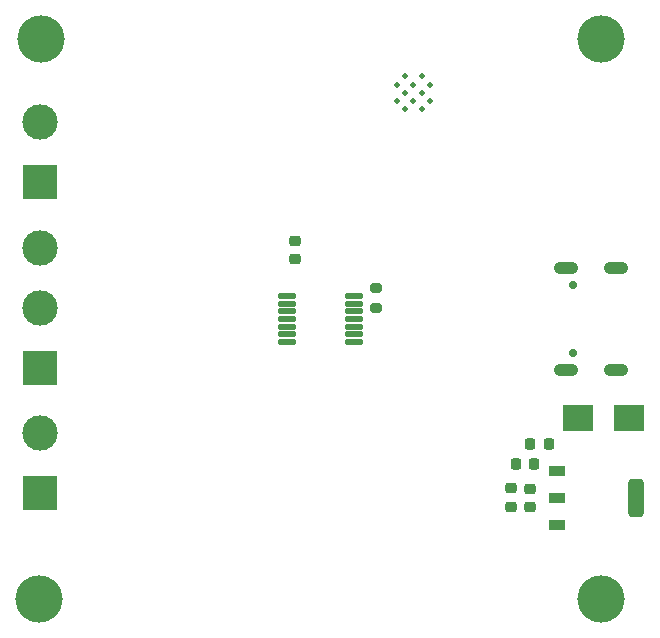
<source format=gbr>
%TF.GenerationSoftware,KiCad,Pcbnew,6.0.10-86aedd382b~118~ubuntu22.04.1*%
%TF.CreationDate,2023-04-05T16:54:16+05:30*%
%TF.ProjectId,Quadruped,51756164-7275-4706-9564-2e6b69636164,rev?*%
%TF.SameCoordinates,Original*%
%TF.FileFunction,Soldermask,Bot*%
%TF.FilePolarity,Negative*%
%FSLAX46Y46*%
G04 Gerber Fmt 4.6, Leading zero omitted, Abs format (unit mm)*
G04 Created by KiCad (PCBNEW 6.0.10-86aedd382b~118~ubuntu22.04.1) date 2023-04-05 16:54:16*
%MOMM*%
%LPD*%
G01*
G04 APERTURE LIST*
G04 Aperture macros list*
%AMRoundRect*
0 Rectangle with rounded corners*
0 $1 Rounding radius*
0 $2 $3 $4 $5 $6 $7 $8 $9 X,Y pos of 4 corners*
0 Add a 4 corners polygon primitive as box body*
4,1,4,$2,$3,$4,$5,$6,$7,$8,$9,$2,$3,0*
0 Add four circle primitives for the rounded corners*
1,1,$1+$1,$2,$3*
1,1,$1+$1,$4,$5*
1,1,$1+$1,$6,$7*
1,1,$1+$1,$8,$9*
0 Add four rect primitives between the rounded corners*
20,1,$1+$1,$2,$3,$4,$5,0*
20,1,$1+$1,$4,$5,$6,$7,0*
20,1,$1+$1,$6,$7,$8,$9,0*
20,1,$1+$1,$8,$9,$2,$3,0*%
G04 Aperture macros list end*
%ADD10C,4.000000*%
%ADD11R,3.000000X3.000000*%
%ADD12C,3.000000*%
%ADD13C,0.500000*%
%ADD14C,0.700000*%
%ADD15O,2.100000X1.050000*%
%ADD16RoundRect,0.200000X-0.275000X0.200000X-0.275000X-0.200000X0.275000X-0.200000X0.275000X0.200000X0*%
%ADD17RoundRect,0.225000X-0.250000X0.225000X-0.250000X-0.225000X0.250000X-0.225000X0.250000X0.225000X0*%
%ADD18RoundRect,0.225000X0.225000X0.250000X-0.225000X0.250000X-0.225000X-0.250000X0.225000X-0.250000X0*%
%ADD19RoundRect,0.065100X-0.589900X-0.399900X0.589900X-0.399900X0.589900X0.399900X-0.589900X0.399900X0*%
%ADD20RoundRect,0.314400X-0.340600X-1.305600X0.340600X-1.305600X0.340600X1.305600X-0.340600X1.305600X0*%
%ADD21R,2.500000X2.300000*%
%ADD22RoundRect,0.020500X0.714500X0.184500X-0.714500X0.184500X-0.714500X-0.184500X0.714500X-0.184500X0*%
G04 APERTURE END LIST*
D10*
%TO.C,H1*%
X32725000Y-126825000D03*
%TD*%
D11*
%TO.C,P1*%
X32800000Y-91500000D03*
D12*
X32800000Y-86420000D03*
%TD*%
D11*
%TO.C,J2*%
X32800000Y-107280000D03*
D12*
X32800000Y-102200000D03*
X32800000Y-97120000D03*
%TD*%
D10*
%TO.C,H2*%
X80280000Y-79360000D03*
%TD*%
D13*
%TO.C,U1*%
X62990000Y-84650000D03*
X65090000Y-83950000D03*
X64390000Y-84650000D03*
X63690000Y-82550000D03*
X65090000Y-85350000D03*
X63690000Y-83950000D03*
X65790000Y-84650000D03*
X62990000Y-83250000D03*
X65090000Y-82550000D03*
X64390000Y-83250000D03*
X63690000Y-85350000D03*
X65790000Y-83250000D03*
%TD*%
D11*
%TO.C,P2*%
X32800000Y-117840000D03*
D12*
X32800000Y-112760000D03*
%TD*%
D14*
%TO.C,J1*%
X77875000Y-100210000D03*
X77875000Y-105990000D03*
D15*
X77345000Y-107420000D03*
X77345000Y-98780000D03*
X81525000Y-107420000D03*
X81525000Y-98780000D03*
%TD*%
D10*
%TO.C,H3*%
X32850000Y-79400000D03*
%TD*%
%TO.C,H4*%
X80250000Y-126800000D03*
%TD*%
D16*
%TO.C,R11*%
X61190000Y-100495000D03*
X61190000Y-102145000D03*
%TD*%
D17*
%TO.C,C26*%
X72670000Y-117450000D03*
X72670000Y-119000000D03*
%TD*%
%TO.C,C25*%
X74270000Y-117475000D03*
X74270000Y-119025000D03*
%TD*%
D18*
%TO.C,C28*%
X75845000Y-113650000D03*
X74295000Y-113650000D03*
%TD*%
%TO.C,C27*%
X74645000Y-115350000D03*
X73095000Y-115350000D03*
%TD*%
D19*
%TO.C,U4*%
X76587500Y-120540000D03*
X76587500Y-118250000D03*
X76587500Y-115960000D03*
D20*
X83277500Y-118250000D03*
%TD*%
D17*
%TO.C,C8*%
X54330000Y-96515000D03*
X54330000Y-98065000D03*
%TD*%
D21*
%TO.C,D1*%
X82620000Y-111450000D03*
X78320000Y-111450000D03*
%TD*%
D22*
%TO.C,U2*%
X59395000Y-101150000D03*
X59395000Y-101800000D03*
X59395000Y-102450000D03*
X59395000Y-103100000D03*
X59395000Y-103750000D03*
X59395000Y-104400000D03*
X59395000Y-105050000D03*
X53655000Y-105050000D03*
X53655000Y-104400000D03*
X53655000Y-103750000D03*
X53655000Y-103100000D03*
X53655000Y-102450000D03*
X53655000Y-101800000D03*
X53655000Y-101150000D03*
%TD*%
M02*

</source>
